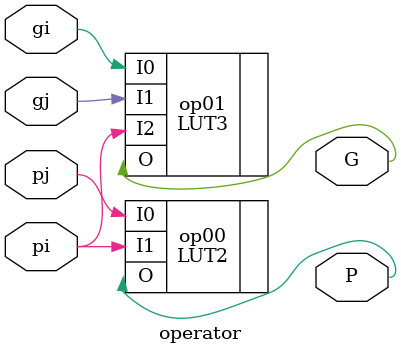
<source format=v>
module kogge_stone_16bit_lut(
input [15:0] A,B,
//output [15:0]sum,
output [15:0]carry
    );

//Generator
wire [15:0]p,g;
LUT2 #(.INIT(4'h8)) gen0 (.O(g[0]),.I0(B[0]),.I1(A[0]));
LUT2 #(.INIT(4'h8)) gen1 (.O(g[1]),.I0(B[1]),.I1(A[1]));
LUT2 #(.INIT(4'h8)) gen2 (.O(g[2]),.I0(B[2]),.I1(A[2]));
LUT2 #(.INIT(4'h8)) gen3 (.O(g[3]),.I0(B[3]),.I1(A[3]));
LUT2 #(.INIT(4'h8)) gen4 (.O(g[4]),.I0(B[4]),.I1(A[4]));
LUT2 #(.INIT(4'h8)) gen5 (.O(g[5]),.I0(B[5]),.I1(A[5]));
LUT2 #(.INIT(4'h8)) gen6 (.O(g[6]),.I0(B[6]),.I1(A[6]));
LUT2 #(.INIT(4'h8)) gen7 (.O(g[7]),.I0(B[7]),.I1(A[7]));
LUT2 #(.INIT(4'h8)) gen8 (.O(g[8]),.I0(B[8]),.I1(A[8]));
LUT2 #(.INIT(4'h8)) gen9 (.O(g[9]),.I0(B[9]),.I1(A[9]));
LUT2 #(.INIT(4'h8)) gen10 (.O(g[10]),.I0(B[10]),.I1(A[10]));
LUT2 #(.INIT(4'h8)) gen11 (.O(g[11]),.I0(B[11]),.I1(A[11]));
LUT2 #(.INIT(4'h8)) gen12 (.O(g[12]),.I0(B[12]),.I1(A[12]));
LUT2 #(.INIT(4'h8)) gen13 (.O(g[13]),.I0(B[13]),.I1(A[13]));
LUT2 #(.INIT(4'h8)) gen14 (.O(g[14]),.I0(B[14]),.I1(A[14]));
LUT2 #(.INIT(4'h8)) gen15 (.O(g[15]),.I0(B[15]),.I1(A[15]));

//propagator
LUT2 #(.INIT(4'hE)) pro0 (.O(p[0]),.I0(B[0]),.I1(A[0]));
LUT2 #(.INIT(4'hE)) pro1 (.O(p[1]),.I0(B[1]),.I1(A[1]));
LUT2 #(.INIT(4'hE)) pro2 (.O(p[2]),.I0(B[2]),.I1(A[2]));
LUT2 #(.INIT(4'hE)) pro3 (.O(p[3]),.I0(B[3]),.I1(A[3]));
LUT2 #(.INIT(4'hE)) pro4 (.O(p[4]),.I0(B[4]),.I1(A[4]));
LUT2 #(.INIT(4'hE)) pro5 (.O(p[5]),.I0(B[5]),.I1(A[5]));
LUT2 #(.INIT(4'hE)) pro6 (.O(p[6]),.I0(B[6]),.I1(A[6]));
LUT2 #(.INIT(4'hE)) pro7 (.O(p[7]),.I0(B[7]),.I1(A[7]));
LUT2 #(.INIT(4'hE)) pro8 (.O(p[8]),.I0(B[8]),.I1(A[8]));
LUT2 #(.INIT(4'hE)) pro9 (.O(p[9]),.I0(B[9]),.I1(A[9]));
LUT2 #(.INIT(4'hE)) pro10 (.O(p[10]),.I0(B[10]),.I1(A[10]));
LUT2 #(.INIT(4'hE)) pro11 (.O(p[11]),.I0(B[11]),.I1(A[11]));
LUT2 #(.INIT(4'hE)) pro12 (.O(p[12]),.I0(B[12]),.I1(A[12]));
LUT2 #(.INIT(4'hE)) pro13 (.O(p[13]),.I0(B[13]),.I1(A[13]));
LUT2 #(.INIT(4'hE)) pro14 (.O(p[14]),.I0(B[14]),.I1(A[14]));
LUT2 #(.INIT(4'hE)) pro15 (.O(p[15]),.I0(B[15]),.I1(A[15]));

//stage1
wire gs11,ps11,gs12,ps12,gs13,ps13,gs14,ps14,gs15,ps15,gs16,ps16,gs17,ps17;
wire gs18,ps18,gs19,ps19,gs110,ps110,gs111,ps111,gs112,ps112,gs113,ps113,gs114,ps114,gs115,ps115;
operator s11(g[1],p[1],g[0],1'b0,gs11,ps11);
operator s12(g[2],p[2],g[1],p[1],gs12,ps12);
operator s13(g[3],p[3],g[2],p[2],gs13,ps13);
operator s14(g[4],p[4],g[3],p[3],gs14,ps14);
operator s15(g[5],p[5],g[4],p[4],gs15,ps15);
operator s16(g[6],p[6],g[5],p[5],gs16,ps16);
operator s17(g[7],p[7],g[6],p[6],gs17,ps17);
operator s18(g[8],p[8],g[7],p[7],gs18,ps18);
operator s19(g[9],p[9],g[8],p[8],gs19,ps19);
operator s110(g[10],p[10],g[9],p[9],gs110,ps110);
operator s111(g[11],p[11],g[10],p[10],gs111,ps111);
operator s112(g[12],p[12],g[11],p[11],gs112,ps112);
operator s113(g[13],p[13],g[12],p[12],gs113,ps113);
operator s114(g[14],p[14],g[13],p[13],gs114,ps114);
operator s115(g[15],p[15],g[14],p[14],gs115,ps115);

//stage2

wire gs22,ps22,gs23,ps23,gs24,ps24,gs25,ps25,gs26,ps26,gs27,ps27;
wire gs28,ps28,gs29,ps29,gs210,ps210,gs211,ps211,gs212,ps212,gs213,ps213,gs214,ps214,gs215,ps215;

operator s22(gs12,ps12,g[0],p[0],gs22,ps22);
operator s23(gs13,ps13,gs11,ps11,gs23,ps23);
operator s24(gs14,ps14,gs12,ps12,gs24,ps24);
operator s25(gs15,ps15,gs13,ps13,gs25,ps25);
operator s26(gs16,ps16,gs14,ps14,gs26,ps26);
operator s27(gs17,ps17,gs15,ps15,gs27,ps27);
operator s28(gs18,ps18,gs16,ps16,gs28,ps28);
operator s29(gs19,ps19,gs17,ps17,gs29,ps29);
operator s210(gs110,ps110,gs18,ps18,gs210,ps210);
operator s211(gs111,ps111,gs19,ps19,gs211,ps211);
operator s212(gs112,ps112,gs110,ps110,gs212,ps212);
operator s213(gs113,ps113,gs111,ps111,gs213,ps213);
operator s214(gs114,ps114,gs112,ps112,gs214,ps214);
operator s215(gs115,ps115,gs113,ps113,gs215,ps215);

//stage3 
wire gs34,ps34,gs35,ps35,gs36,ps36,gs37,ps37;
wire gs38,ps38,gs39,ps39,gs310,ps310,gs311,ps311,gs312,ps312,gs313,ps313,gs314,ps314,gs315,ps315;

operator s34(gs24,ps24,g[0],p[0],gs34,ps34);
operator s35(gs25,ps25,gs11,ps11,gs35,ps35);
operator s36(gs26,ps26,gs22,ps22,gs36,ps36);
operator s37(gs27,ps27,gs23,ps23,gs37,ps37);
operator s38(gs28,ps28,gs24,ps24,gs38,ps38);
operator s39(gs29,ps29,gs25,ps25,gs39,ps39);
operator s310(gs210,ps210,gs26,ps26,gs310,ps310);
operator s311(gs211,ps211,gs27,ps27,gs311,ps311);
operator s312(gs212,ps212,gs28,ps28,gs312,ps312);
operator s313(gs213,ps213,gs29,ps29,gs313,ps313);
operator s314(gs214,ps214,gs210,ps210,gs314,ps314);
operator s315(gs215,ps215,gs211,ps211,gs315,ps315);


//stage4 carry calculation
wire gs48,ps48,gs49,ps49,gs410,ps410,gs411,ps411,gs412,ps412,gs413,ps413,gs414,ps414,gs415,ps415;

operator s48(gs38,ps38,g[0],p[0],gs48,ps48);
operator s49(gs39,ps39,gs11,ps11,gs49,ps49);
operator s410(gs310,ps310,gs22,ps22,gs410,ps410);
operator s411(gs311,ps311,gs23,ps23,gs411,ps411);
operator s412(gs312,ps312,gs34,ps34,gs412,ps412);
operator s413(gs313,ps313,gs35,ps35,gs413,ps413);
operator s414(gs314,ps314,gs36,ps36,gs414,ps414);
operator s415(gs315,ps315,gs37,ps37,gs415,ps415);


assign carry[0] = g[0];
assign carry[1] = gs11;
assign carry[2] = gs22;
assign carry[3] = gs23;
assign carry[4] = gs34;
assign carry[5] = gs35;
assign carry[6] = gs36;
assign carry[7] = gs37;
assign carry[8] = gs48;
assign carry[9] = gs49;
assign carry[10] = gs410;
assign carry[11] = gs411;
assign carry[12] = gs412;
assign carry[13] = gs413;
assign carry[14] = gs414;
assign carry[15] = gs415;

/*
assign sum[0] = A[0] ^ B[0];
assign sum[1] = A[1] ^ B[1] ^ carry[0];
assign sum[2] = A[2] ^ B[2] ^ carry[1];
assign sum[3] = A[3] ^ B[3] ^ carry[2];
assign sum[4] = A[4] ^ B[4] ^ carry[3];
assign sum[5] = A[5] ^ B[5] ^ carry[4];
assign sum[6] = A[6] ^ B[6] ^ carry[5];
assign sum[7] = A[7] ^ B[7] ^ carry[6];
assign sum[8] = A[8] ^ B[8] ^ carry[7];
assign sum[9] = A[9] ^ B[9] ^ carry[8];
assign sum[10] = A[10] ^ B[10] ^ carry[9];
assign sum[11] = A[11] ^ B[11] ^ carry[10];
assign sum[12] = A[12] ^ B[12] ^ carry[11];
assign sum[13] = A[13] ^ B[13] ^ carry[12];
assign sum[14] = A[14] ^ B[14] ^ carry[13];
assign sum[15] = A[15] ^ B[15] ^ carry[14];
*/


endmodule





module kogge_stone_8bit_lut(
input [7:0] A,B,
output [7:0]cout
//output [7:0]sum,
//output c1,c2,c3,c4,c5,c6,c7,c8//,c9,c10,c11,c12,c13,c14,c15,c16
    );

//Generator
wire [15:0]p,g;
LUT2 #(.INIT(4'h8)) gen0 (.O(g[0]),.I0(B[0]),.I1(A[0]));
LUT2 #(.INIT(4'h8)) gen1 (.O(g[1]),.I0(B[1]),.I1(A[1]));
LUT2 #(.INIT(4'h8)) gen2 (.O(g[2]),.I0(B[2]),.I1(A[2]));
LUT2 #(.INIT(4'h8)) gen3 (.O(g[3]),.I0(B[3]),.I1(A[3]));
LUT2 #(.INIT(4'h8)) gen4 (.O(g[4]),.I0(B[4]),.I1(A[4]));
LUT2 #(.INIT(4'h8)) gen5 (.O(g[5]),.I0(B[5]),.I1(A[5]));
LUT2 #(.INIT(4'h8)) gen6 (.O(g[6]),.I0(B[6]),.I1(A[6]));
LUT2 #(.INIT(4'h8)) gen7 (.O(g[7]),.I0(B[7]),.I1(A[7]));

//propagator
//LUT2 #(.INIT(4'hE)) pro0 (.O(p[0]),.I0(B[0]),.I1(A[0]));
LUT2 #(.INIT(4'hE)) pro1 (.O(p[1]),.I0(B[1]),.I1(A[1]));
LUT2 #(.INIT(4'hE)) pro2 (.O(p[2]),.I0(B[2]),.I1(A[2]));
LUT2 #(.INIT(4'hE)) pro3 (.O(p[3]),.I0(B[3]),.I1(A[3]));
LUT2 #(.INIT(4'hE)) pro4 (.O(p[4]),.I0(B[4]),.I1(A[4]));
LUT2 #(.INIT(4'hE)) pro5 (.O(p[5]),.I0(B[5]),.I1(A[5]));
LUT2 #(.INIT(4'hE)) pro6 (.O(p[6]),.I0(B[6]),.I1(A[6]));
LUT2 #(.INIT(4'hE)) pro7 (.O(p[7]),.I0(B[7]),.I1(A[7]));


//stage1
wire gs11,ps11,gs12,ps12,gs13,ps13,gs14,ps14,gs15,ps15,gs16,ps16,gs17,ps17;

operator s11(g[1],p[1],g[0],1'b0,gs11,ps11);
operator s12(g[2],p[2],g[1],p[1],gs12,ps12);
operator s13(g[3],p[3],g[2],p[2],gs13,ps13);
operator s14(g[4],p[4],g[3],p[3],gs14,ps14);
operator s15(g[5],p[5],g[4],p[4],gs15,ps15);
operator s16(g[6],p[6],g[5],p[5],gs16,ps16);
operator s17(g[7],p[7],g[6],p[6],gs17,ps17);

//stage2

wire gs22,ps22,gs23,ps23,gs24,ps24,gs25,ps25,gs26,ps26,gs27,ps27;
operator s22(gs12,ps12,g[0],p[0],gs22,ps22);
operator s23(gs13,ps13,gs11,ps11,gs23,ps23);
operator s24(gs14,ps14,gs12,ps12,gs24,ps24);
operator s25(gs15,ps15,gs13,ps13,gs25,ps25);
operator s26(gs16,ps16,gs14,ps14,gs26,ps26);
operator s27(gs17,ps17,gs15,ps15,gs27,ps27);

//stage3 carry calculation
wire gs34,ps34,gs35,ps35,gs36,ps36,gs37,ps37;

operator s34(gs24,ps24,g[0],p[0],gs34,ps34);
operator s35(gs25,ps25,gs11,ps11,gs35,ps35);
operator s36(gs26,ps26,gs22,ps22,gs36,ps36);
operator s37(gs27,ps27,gs23,ps23,gs37,ps37);





assign cout[0] = g[0];
assign cout[1] = gs11;
assign cout[2] = gs22;
assign cout[3] = gs23;
assign cout[4] = gs34;
assign cout[5] = gs35;
assign cout[6] = gs36;
assign cout[7] = gs37;

/*
assign sum[0] = A[0] ^ B[0];
assign sum[1] = A[1] ^ B[1] ^ c1;
assign sum[2] = A[2] ^ B[2] ^ c2;
assign sum[3] = A[3] ^ B[3] ^ c3;
assign sum[4] = A[4] ^ B[4] ^ c4;
assign sum[5] = A[5] ^ B[5] ^ c5;
assign sum[6] = A[6] ^ B[6] ^ c6;
assign sum[7] = A[7] ^ B[7] ^ c7;
*/


endmodule




module kogge_stone(
input [7:0] A,B,
output [7:0]sum,
output c1,c2,c3,c4,c5,c6,c7,c8//,c9,c10,c11,c12,c13,c14,c15,c16
    );

//Generator
(*DONT_TOUCH = "TRUE"*) wire [15:0]p,g;
LUT2 #(.INIT(4'h8)) gen0 (.O(g[0]),.I0(B[0]),.I1(A[0]));
LUT2 #(.INIT(4'h8)) gen1 (.O(g[1]),.I0(B[1]),.I1(A[1]));
LUT2 #(.INIT(4'h8)) gen2 (.O(g[2]),.I0(B[2]),.I1(A[2]));
LUT2 #(.INIT(4'h8)) gen3 (.O(g[3]),.I0(B[3]),.I1(A[3]));
LUT2 #(.INIT(4'h8)) gen4 (.O(g[4]),.I0(B[4]),.I1(A[4]));
LUT2 #(.INIT(4'h8)) gen5 (.O(g[5]),.I0(B[5]),.I1(A[5]));
LUT2 #(.INIT(4'h8)) gen6 (.O(g[6]),.I0(B[6]),.I1(A[6]));
LUT2 #(.INIT(4'h8)) gen7 (.O(g[7]),.I0(B[7]),.I1(A[7]));

//propagator
//LUT2 #(.INIT(4'hE)) pro0 (.O(p[0]),.I0(B[0]),.I1(A[0]));
LUT2 #(.INIT(4'hE)) pro1 (.O(p[1]),.I0(B[1]),.I1(A[1]));
LUT2 #(.INIT(4'hE)) pro2 (.O(p[2]),.I0(B[2]),.I1(A[2]));
LUT2 #(.INIT(4'hE)) pro3 (.O(p[3]),.I0(B[3]),.I1(A[3]));
LUT2 #(.INIT(4'hE)) pro4 (.O(p[4]),.I0(B[4]),.I1(A[4]));
LUT2 #(.INIT(4'hE)) pro5 (.O(p[5]),.I0(B[5]),.I1(A[5]));
LUT2 #(.INIT(4'hE)) pro6 (.O(p[6]),.I0(B[6]),.I1(A[6]));
LUT2 #(.INIT(4'hE)) pro7 (.O(p[7]),.I0(B[7]),.I1(A[7]));


//stage1
wire gs11,ps11,gs12,ps12,gs13,ps13,gs14,ps14,gs15,ps15,gs16,ps16,gs17,ps17;

asso_operator s11(g[1],p[1],g[0],1'b0,gs11,ps11);
asso_operator s12(g[2],p[2],g[1],p[1],gs12,ps12);
asso_operator s13(g[3],p[3],g[2],p[2],gs13,ps13);
asso_operator s14(g[4],p[4],g[3],p[3],gs14,ps14);
asso_operator s15(g[5],p[5],g[4],p[4],gs15,ps15);
asso_operator s16(g[6],p[6],g[5],p[5],gs16,ps16);
asso_operator s17(g[7],p[7],g[6],p[6],gs17,ps17);

//stage2

wire gs22,ps22,gs23,ps23,gs24,ps24,gs25,ps25,gs26,ps26,gs27,ps27;
asso_operator s22(gs12,ps12,g[0],p[0],gs22,ps22);
asso_operator s23(gs13,ps13,gs11,ps11,gs23,ps23);
asso_operator s24(gs14,ps14,gs12,ps12,gs24,ps24);
asso_operator s25(gs15,ps15,gs13,ps13,gs25,ps25);
asso_operator s26(gs16,ps16,gs14,ps14,gs26,ps26);
asso_operator s27(gs17,ps17,gs15,ps15,gs27,ps27);

//stage3 carry calculation
wire gs34,ps34,gs35,ps35,gs36,ps36,gs37,ps37;

asso_operator s34(gs24,ps24,g[0],p[0],gs34,ps34);
asso_operator s35(gs25,ps25,gs11,ps11,gs35,ps35);
asso_operator s36(gs26,ps26,gs22,ps22,gs36,ps36);
asso_operator s37(gs27,ps27,gs23,ps23,gs37,ps37);

assign c1 = g[0];
assign c2 = gs11;
assign c3 = gs22;
assign c4 = gs23;
assign c5 = gs34;
assign c6 = gs35;
assign c7 = gs36;
assign c8 = gs37;

assign sum[0] = A[0] ^ B[0];
assign sum[1] = A[1] ^ B[1] ^ c1;
assign sum[2] = A[2] ^ B[2] ^ c2;
assign sum[3] = A[3] ^ B[3] ^ c3;
assign sum[4] = A[4] ^ B[4] ^ c4;
assign sum[5] = A[5] ^ B[5] ^ c5;
assign sum[6] = A[6] ^ B[6] ^ c6;
assign sum[7] = A[7] ^ B[7] ^ c7;

endmodule


module asso_operator (
    input gi,pi,gj,pj,
    output G,P
);

assign G = gi | (pi & gj);
assign P = pi & pj;

endmodule


module operator(
    input gi,pi,gj,pj,
    output G,P);

(* LOCK_PINS = "I2:A3, I1:A2, I0:A1" ,BEL="A6LUT" *)
LUT3 #(.INIT(8'hEA)) op01 (.O(G),.I2(pi),.I1(gj),.I0(gi));
(* LOCK_PINS = "I1:A2, I0:A1" ,BEL="A6LUT" *)
LUT2 #(.INIT(4'h8)) op00 (.O(P),.I1(pi),.I0(pj));

endmodule
</source>
